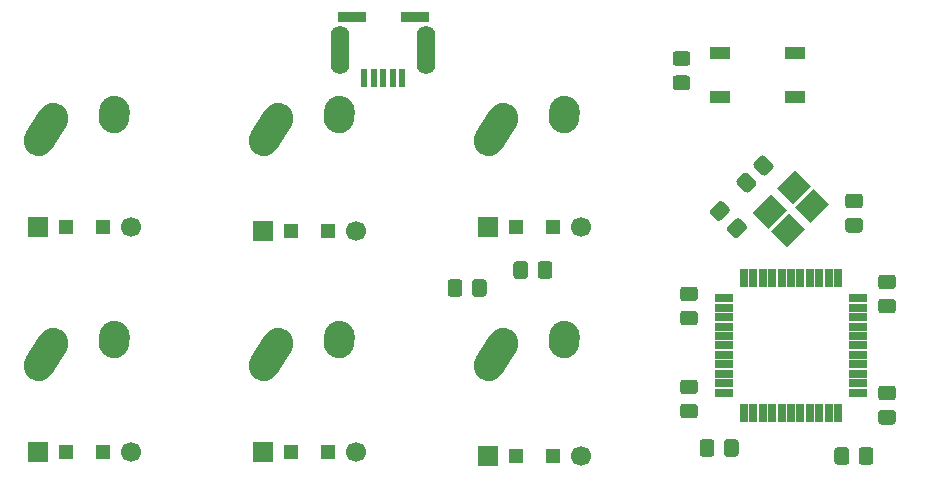
<source format=gbs>
%TF.GenerationSoftware,KiCad,Pcbnew,(5.1.6)-1*%
%TF.CreationDate,2020-07-25T03:11:20-04:00*%
%TF.ProjectId,myfirstKeyboard,6d796669-7273-4744-9b65-79626f617264,rev?*%
%TF.SameCoordinates,Original*%
%TF.FileFunction,Soldermask,Bot*%
%TF.FilePolarity,Negative*%
%FSLAX46Y46*%
G04 Gerber Fmt 4.6, Leading zero omitted, Abs format (unit mm)*
G04 Created by KiCad (PCBNEW (5.1.6)-1) date 2020-07-25 03:11:20*
%MOMM*%
%LPD*%
G01*
G04 APERTURE LIST*
%ADD10R,1.600000X0.650000*%
%ADD11R,0.650000X1.600000*%
%ADD12R,1.300000X1.300000*%
%ADD13R,1.700000X1.700000*%
%ADD14C,1.700000*%
%ADD15R,2.450000X0.900000*%
%ADD16R,0.600000X1.500000*%
%ADD17O,1.600000X4.100000*%
%ADD18R,1.800000X1.100000*%
%ADD19C,0.100000*%
G04 APERTURE END LIST*
D10*
%TO.C,U1*%
X139842000Y-114013750D03*
X139842000Y-113213750D03*
X139842000Y-112413750D03*
X139842000Y-111613750D03*
X139842000Y-110813750D03*
X139842000Y-110013750D03*
X139842000Y-109213750D03*
X139842000Y-108413750D03*
X139842000Y-107613750D03*
X139842000Y-106813750D03*
X139842000Y-106013750D03*
D11*
X141542000Y-104313750D03*
X142342000Y-104313750D03*
X143142000Y-104313750D03*
X143942000Y-104313750D03*
X144742000Y-104313750D03*
X145542000Y-104313750D03*
X146342000Y-104313750D03*
X147142000Y-104313750D03*
X147942000Y-104313750D03*
X148742000Y-104313750D03*
X149542000Y-104313750D03*
D10*
X151242000Y-106013750D03*
X151242000Y-106813750D03*
X151242000Y-107613750D03*
X151242000Y-108413750D03*
X151242000Y-109213750D03*
X151242000Y-110013750D03*
X151242000Y-110813750D03*
X151242000Y-111613750D03*
X151242000Y-112413750D03*
X151242000Y-113213750D03*
X151242000Y-114013750D03*
D11*
X149542000Y-115713750D03*
X148742000Y-115713750D03*
X147942000Y-115713750D03*
X147142000Y-115713750D03*
X146342000Y-115713750D03*
X145542000Y-115713750D03*
X144742000Y-115713750D03*
X143942000Y-115713750D03*
X143142000Y-115713750D03*
X142342000Y-115713750D03*
X141542000Y-115713750D03*
%TD*%
%TO.C,K6*%
G36*
G01*
X118869129Y-111030326D02*
X120078053Y-109132696D01*
G75*
G02*
X121872951Y-108734776I1096409J-698489D01*
G01*
X121872951Y-108734776D01*
G75*
G02*
X122270871Y-110529674I-698489J-1096409D01*
G01*
X121061947Y-112427304D01*
G75*
G02*
X119267049Y-112825224I-1096409J698489D01*
G01*
X119267049Y-112825224D01*
G75*
G02*
X118869129Y-111030326I698489J1096409D01*
G01*
G37*
G36*
G01*
X125028286Y-109710909D02*
X125067734Y-109132252D01*
G75*
G02*
X126453144Y-107923682I1296990J-88420D01*
G01*
X126453144Y-107923682D01*
G75*
G02*
X127661714Y-109309092I-88420J-1296990D01*
G01*
X127622266Y-109887748D01*
G75*
G02*
X126236856Y-111096318I-1296990J88420D01*
G01*
X126236856Y-111096318D01*
G75*
G02*
X125028286Y-109710908I88420J1296990D01*
G01*
G37*
%TD*%
%TO.C,K5*%
G36*
G01*
X125028286Y-90660909D02*
X125067734Y-90082252D01*
G75*
G02*
X126453144Y-88873682I1296990J-88420D01*
G01*
X126453144Y-88873682D01*
G75*
G02*
X127661714Y-90259092I-88420J-1296990D01*
G01*
X127622266Y-90837748D01*
G75*
G02*
X126236856Y-92046318I-1296990J88420D01*
G01*
X126236856Y-92046318D01*
G75*
G02*
X125028286Y-90660908I88420J1296990D01*
G01*
G37*
G36*
G01*
X118869129Y-91980326D02*
X120078053Y-90082696D01*
G75*
G02*
X121872951Y-89684776I1096409J-698489D01*
G01*
X121872951Y-89684776D01*
G75*
G02*
X122270871Y-91479674I-698489J-1096409D01*
G01*
X121061947Y-93377304D01*
G75*
G02*
X119267049Y-93775224I-1096409J698489D01*
G01*
X119267049Y-93775224D01*
G75*
G02*
X118869129Y-91980326I698489J1096409D01*
G01*
G37*
%TD*%
%TO.C,K4*%
G36*
G01*
X99819129Y-111030326D02*
X101028053Y-109132696D01*
G75*
G02*
X102822951Y-108734776I1096409J-698489D01*
G01*
X102822951Y-108734776D01*
G75*
G02*
X103220871Y-110529674I-698489J-1096409D01*
G01*
X102011947Y-112427304D01*
G75*
G02*
X100217049Y-112825224I-1096409J698489D01*
G01*
X100217049Y-112825224D01*
G75*
G02*
X99819129Y-111030326I698489J1096409D01*
G01*
G37*
G36*
G01*
X105978286Y-109710909D02*
X106017734Y-109132252D01*
G75*
G02*
X107403144Y-107923682I1296990J-88420D01*
G01*
X107403144Y-107923682D01*
G75*
G02*
X108611714Y-109309092I-88420J-1296990D01*
G01*
X108572266Y-109887748D01*
G75*
G02*
X107186856Y-111096318I-1296990J88420D01*
G01*
X107186856Y-111096318D01*
G75*
G02*
X105978286Y-109710908I88420J1296990D01*
G01*
G37*
%TD*%
%TO.C,K1*%
G36*
G01*
X86928286Y-90660909D02*
X86967734Y-90082252D01*
G75*
G02*
X88353144Y-88873682I1296990J-88420D01*
G01*
X88353144Y-88873682D01*
G75*
G02*
X89561714Y-90259092I-88420J-1296990D01*
G01*
X89522266Y-90837748D01*
G75*
G02*
X88136856Y-92046318I-1296990J88420D01*
G01*
X88136856Y-92046318D01*
G75*
G02*
X86928286Y-90660908I88420J1296990D01*
G01*
G37*
G36*
G01*
X80769129Y-91980326D02*
X81978053Y-90082696D01*
G75*
G02*
X83772951Y-89684776I1096409J-698489D01*
G01*
X83772951Y-89684776D01*
G75*
G02*
X84170871Y-91479674I-698489J-1096409D01*
G01*
X82961947Y-93377304D01*
G75*
G02*
X81167049Y-93775224I-1096409J698489D01*
G01*
X81167049Y-93775224D01*
G75*
G02*
X80769129Y-91980326I698489J1096409D01*
G01*
G37*
%TD*%
%TO.C,K2*%
G36*
G01*
X86928286Y-109710909D02*
X86967734Y-109132252D01*
G75*
G02*
X88353144Y-107923682I1296990J-88420D01*
G01*
X88353144Y-107923682D01*
G75*
G02*
X89561714Y-109309092I-88420J-1296990D01*
G01*
X89522266Y-109887748D01*
G75*
G02*
X88136856Y-111096318I-1296990J88420D01*
G01*
X88136856Y-111096318D01*
G75*
G02*
X86928286Y-109710908I88420J1296990D01*
G01*
G37*
G36*
G01*
X80769129Y-111030326D02*
X81978053Y-109132696D01*
G75*
G02*
X83772951Y-108734776I1096409J-698489D01*
G01*
X83772951Y-108734776D01*
G75*
G02*
X84170871Y-110529674I-698489J-1096409D01*
G01*
X82961947Y-112427304D01*
G75*
G02*
X81167049Y-112825224I-1096409J698489D01*
G01*
X81167049Y-112825224D01*
G75*
G02*
X80769129Y-111030326I698489J1096409D01*
G01*
G37*
%TD*%
%TO.C,C1*%
G36*
G01*
X143115025Y-95559340D02*
X142438660Y-94882976D01*
G75*
G02*
X142438660Y-94498680I192148J192148D01*
G01*
X142938248Y-93999092D01*
G75*
G02*
X143322544Y-93999092I192148J-192148D01*
G01*
X143998908Y-94675456D01*
G75*
G02*
X143998908Y-95059752I-192148J-192148D01*
G01*
X143499320Y-95559340D01*
G75*
G02*
X143115024Y-95559340I-192148J192148D01*
G01*
G37*
G36*
G01*
X141665457Y-97008908D02*
X140989092Y-96332544D01*
G75*
G02*
X140989092Y-95948248I192148J192148D01*
G01*
X141488680Y-95448660D01*
G75*
G02*
X141872976Y-95448660I192148J-192148D01*
G01*
X142549340Y-96125024D01*
G75*
G02*
X142549340Y-96509320I-192148J-192148D01*
G01*
X142049752Y-97008908D01*
G75*
G02*
X141665456Y-97008908I-192148J192148D01*
G01*
G37*
%TD*%
%TO.C,C2*%
G36*
G01*
X151354262Y-100456000D02*
X150397738Y-100456000D01*
G75*
G02*
X150126000Y-100184262I0J271738D01*
G01*
X150126000Y-99477738D01*
G75*
G02*
X150397738Y-99206000I271738J0D01*
G01*
X151354262Y-99206000D01*
G75*
G02*
X151626000Y-99477738I0J-271738D01*
G01*
X151626000Y-100184262D01*
G75*
G02*
X151354262Y-100456000I-271738J0D01*
G01*
G37*
G36*
G01*
X151354262Y-98406000D02*
X150397738Y-98406000D01*
G75*
G02*
X150126000Y-98134262I0J271738D01*
G01*
X150126000Y-97427738D01*
G75*
G02*
X150397738Y-97156000I271738J0D01*
G01*
X151354262Y-97156000D01*
G75*
G02*
X151626000Y-97427738I0J-271738D01*
G01*
X151626000Y-98134262D01*
G75*
G02*
X151354262Y-98406000I-271738J0D01*
G01*
G37*
%TD*%
%TO.C,C3*%
G36*
G01*
X137384262Y-106271000D02*
X136427738Y-106271000D01*
G75*
G02*
X136156000Y-105999262I0J271738D01*
G01*
X136156000Y-105292738D01*
G75*
G02*
X136427738Y-105021000I271738J0D01*
G01*
X137384262Y-105021000D01*
G75*
G02*
X137656000Y-105292738I0J-271738D01*
G01*
X137656000Y-105999262D01*
G75*
G02*
X137384262Y-106271000I-271738J0D01*
G01*
G37*
G36*
G01*
X137384262Y-108321000D02*
X136427738Y-108321000D01*
G75*
G02*
X136156000Y-108049262I0J271738D01*
G01*
X136156000Y-107342738D01*
G75*
G02*
X136427738Y-107071000I271738J0D01*
G01*
X137384262Y-107071000D01*
G75*
G02*
X137656000Y-107342738I0J-271738D01*
G01*
X137656000Y-108049262D01*
G75*
G02*
X137384262Y-108321000I-271738J0D01*
G01*
G37*
%TD*%
%TO.C,C4*%
G36*
G01*
X141750124Y-100179759D02*
X141073760Y-100856124D01*
G75*
G02*
X140689464Y-100856124I-192148J192148D01*
G01*
X140189876Y-100356536D01*
G75*
G02*
X140189876Y-99972240I192148J192148D01*
G01*
X140866240Y-99295876D01*
G75*
G02*
X141250536Y-99295876I192148J-192148D01*
G01*
X141750124Y-99795464D01*
G75*
G02*
X141750124Y-100179760I-192148J-192148D01*
G01*
G37*
G36*
G01*
X140300556Y-98730191D02*
X139624192Y-99406556D01*
G75*
G02*
X139239896Y-99406556I-192148J192148D01*
G01*
X138740308Y-98906968D01*
G75*
G02*
X138740308Y-98522672I192148J192148D01*
G01*
X139416672Y-97846308D01*
G75*
G02*
X139800968Y-97846308I192148J-192148D01*
G01*
X140300556Y-98345896D01*
G75*
G02*
X140300556Y-98730192I-192148J-192148D01*
G01*
G37*
%TD*%
%TO.C,C5*%
G36*
G01*
X154148262Y-105255000D02*
X153191738Y-105255000D01*
G75*
G02*
X152920000Y-104983262I0J271738D01*
G01*
X152920000Y-104276738D01*
G75*
G02*
X153191738Y-104005000I271738J0D01*
G01*
X154148262Y-104005000D01*
G75*
G02*
X154420000Y-104276738I0J-271738D01*
G01*
X154420000Y-104983262D01*
G75*
G02*
X154148262Y-105255000I-271738J0D01*
G01*
G37*
G36*
G01*
X154148262Y-107305000D02*
X153191738Y-107305000D01*
G75*
G02*
X152920000Y-107033262I0J271738D01*
G01*
X152920000Y-106326738D01*
G75*
G02*
X153191738Y-106055000I271738J0D01*
G01*
X154148262Y-106055000D01*
G75*
G02*
X154420000Y-106326738I0J-271738D01*
G01*
X154420000Y-107033262D01*
G75*
G02*
X154148262Y-107305000I-271738J0D01*
G01*
G37*
%TD*%
%TO.C,C6*%
G36*
G01*
X137807320Y-119167382D02*
X137807320Y-118210858D01*
G75*
G02*
X138079058Y-117939120I271738J0D01*
G01*
X138785582Y-117939120D01*
G75*
G02*
X139057320Y-118210858I0J-271738D01*
G01*
X139057320Y-119167382D01*
G75*
G02*
X138785582Y-119439120I-271738J0D01*
G01*
X138079058Y-119439120D01*
G75*
G02*
X137807320Y-119167382I0J271738D01*
G01*
G37*
G36*
G01*
X139857320Y-119167382D02*
X139857320Y-118210858D01*
G75*
G02*
X140129058Y-117939120I271738J0D01*
G01*
X140835582Y-117939120D01*
G75*
G02*
X141107320Y-118210858I0J-271738D01*
G01*
X141107320Y-119167382D01*
G75*
G02*
X140835582Y-119439120I-271738J0D01*
G01*
X140129058Y-119439120D01*
G75*
G02*
X139857320Y-119167382I0J271738D01*
G01*
G37*
%TD*%
%TO.C,C7*%
G36*
G01*
X151276000Y-119858262D02*
X151276000Y-118901738D01*
G75*
G02*
X151547738Y-118630000I271738J0D01*
G01*
X152254262Y-118630000D01*
G75*
G02*
X152526000Y-118901738I0J-271738D01*
G01*
X152526000Y-119858262D01*
G75*
G02*
X152254262Y-120130000I-271738J0D01*
G01*
X151547738Y-120130000D01*
G75*
G02*
X151276000Y-119858262I0J271738D01*
G01*
G37*
G36*
G01*
X149226000Y-119858262D02*
X149226000Y-118901738D01*
G75*
G02*
X149497738Y-118630000I271738J0D01*
G01*
X150204262Y-118630000D01*
G75*
G02*
X150476000Y-118901738I0J-271738D01*
G01*
X150476000Y-119858262D01*
G75*
G02*
X150204262Y-120130000I-271738J0D01*
G01*
X149497738Y-120130000D01*
G75*
G02*
X149226000Y-119858262I0J271738D01*
G01*
G37*
%TD*%
%TO.C,C8*%
G36*
G01*
X136427738Y-112895000D02*
X137384262Y-112895000D01*
G75*
G02*
X137656000Y-113166738I0J-271738D01*
G01*
X137656000Y-113873262D01*
G75*
G02*
X137384262Y-114145000I-271738J0D01*
G01*
X136427738Y-114145000D01*
G75*
G02*
X136156000Y-113873262I0J271738D01*
G01*
X136156000Y-113166738D01*
G75*
G02*
X136427738Y-112895000I271738J0D01*
G01*
G37*
G36*
G01*
X136427738Y-114945000D02*
X137384262Y-114945000D01*
G75*
G02*
X137656000Y-115216738I0J-271738D01*
G01*
X137656000Y-115923262D01*
G75*
G02*
X137384262Y-116195000I-271738J0D01*
G01*
X136427738Y-116195000D01*
G75*
G02*
X136156000Y-115923262I0J271738D01*
G01*
X136156000Y-115216738D01*
G75*
G02*
X136427738Y-114945000I271738J0D01*
G01*
G37*
%TD*%
D12*
%TO.C,D1*%
X87300000Y-100012500D03*
X84150000Y-100012500D03*
D13*
X81825000Y-100012500D03*
D14*
X89625000Y-100012500D03*
%TD*%
%TO.C,D2*%
X89625000Y-119062500D03*
D13*
X81825000Y-119062500D03*
D12*
X84150000Y-119062500D03*
X87300000Y-119062500D03*
%TD*%
D14*
%TO.C,D3*%
X108675000Y-100330000D03*
D13*
X100875000Y-100330000D03*
D12*
X103200000Y-100330000D03*
X106350000Y-100330000D03*
%TD*%
%TO.C,D4*%
X106350000Y-119062500D03*
X103200000Y-119062500D03*
D13*
X100875000Y-119062500D03*
D14*
X108675000Y-119062500D03*
%TD*%
D15*
%TO.C,J1*%
X113700000Y-82176000D03*
X108350000Y-82176000D03*
D16*
X109425000Y-87376000D03*
X110225000Y-87376000D03*
X111025000Y-87376000D03*
X111825000Y-87376000D03*
X112625000Y-87376000D03*
D17*
X107375000Y-84976000D03*
X114675000Y-84976000D03*
%TD*%
%TO.C,K3*%
G36*
G01*
X99819129Y-91980326D02*
X101028053Y-90082696D01*
G75*
G02*
X102822951Y-89684776I1096409J-698489D01*
G01*
X102822951Y-89684776D01*
G75*
G02*
X103220871Y-91479674I-698489J-1096409D01*
G01*
X102011947Y-93377304D01*
G75*
G02*
X100217049Y-93775224I-1096409J698489D01*
G01*
X100217049Y-93775224D01*
G75*
G02*
X99819129Y-91980326I698489J1096409D01*
G01*
G37*
G36*
G01*
X105978286Y-90660909D02*
X106017734Y-90082252D01*
G75*
G02*
X107403144Y-88873682I1296990J-88420D01*
G01*
X107403144Y-88873682D01*
G75*
G02*
X108611714Y-90259092I-88420J-1296990D01*
G01*
X108572266Y-90837748D01*
G75*
G02*
X107186856Y-92046318I-1296990J88420D01*
G01*
X107186856Y-92046318D01*
G75*
G02*
X105978286Y-90660908I88420J1296990D01*
G01*
G37*
%TD*%
%TO.C,R1*%
G36*
G01*
X119769000Y-104677738D02*
X119769000Y-105634262D01*
G75*
G02*
X119497262Y-105906000I-271738J0D01*
G01*
X118790738Y-105906000D01*
G75*
G02*
X118519000Y-105634262I0J271738D01*
G01*
X118519000Y-104677738D01*
G75*
G02*
X118790738Y-104406000I271738J0D01*
G01*
X119497262Y-104406000D01*
G75*
G02*
X119769000Y-104677738I0J-271738D01*
G01*
G37*
G36*
G01*
X117719000Y-104677738D02*
X117719000Y-105634262D01*
G75*
G02*
X117447262Y-105906000I-271738J0D01*
G01*
X116740738Y-105906000D01*
G75*
G02*
X116469000Y-105634262I0J271738D01*
G01*
X116469000Y-104677738D01*
G75*
G02*
X116740738Y-104406000I271738J0D01*
G01*
X117447262Y-104406000D01*
G75*
G02*
X117719000Y-104677738I0J-271738D01*
G01*
G37*
%TD*%
%TO.C,R2*%
G36*
G01*
X136749262Y-88400000D02*
X135792738Y-88400000D01*
G75*
G02*
X135521000Y-88128262I0J271738D01*
G01*
X135521000Y-87421738D01*
G75*
G02*
X135792738Y-87150000I271738J0D01*
G01*
X136749262Y-87150000D01*
G75*
G02*
X137021000Y-87421738I0J-271738D01*
G01*
X137021000Y-88128262D01*
G75*
G02*
X136749262Y-88400000I-271738J0D01*
G01*
G37*
G36*
G01*
X136749262Y-86350000D02*
X135792738Y-86350000D01*
G75*
G02*
X135521000Y-86078262I0J271738D01*
G01*
X135521000Y-85371738D01*
G75*
G02*
X135792738Y-85100000I271738J0D01*
G01*
X136749262Y-85100000D01*
G75*
G02*
X137021000Y-85371738I0J-271738D01*
G01*
X137021000Y-86078262D01*
G75*
G02*
X136749262Y-86350000I-271738J0D01*
G01*
G37*
%TD*%
%TO.C,R3*%
G36*
G01*
X123289000Y-103153738D02*
X123289000Y-104110262D01*
G75*
G02*
X123017262Y-104382000I-271738J0D01*
G01*
X122310738Y-104382000D01*
G75*
G02*
X122039000Y-104110262I0J271738D01*
G01*
X122039000Y-103153738D01*
G75*
G02*
X122310738Y-102882000I271738J0D01*
G01*
X123017262Y-102882000D01*
G75*
G02*
X123289000Y-103153738I0J-271738D01*
G01*
G37*
G36*
G01*
X125339000Y-103153738D02*
X125339000Y-104110262D01*
G75*
G02*
X125067262Y-104382000I-271738J0D01*
G01*
X124360738Y-104382000D01*
G75*
G02*
X124089000Y-104110262I0J271738D01*
G01*
X124089000Y-103153738D01*
G75*
G02*
X124360738Y-102882000I271738J0D01*
G01*
X125067262Y-102882000D01*
G75*
G02*
X125339000Y-103153738I0J-271738D01*
G01*
G37*
%TD*%
%TO.C,R4*%
G36*
G01*
X154148262Y-114662000D02*
X153191738Y-114662000D01*
G75*
G02*
X152920000Y-114390262I0J271738D01*
G01*
X152920000Y-113683738D01*
G75*
G02*
X153191738Y-113412000I271738J0D01*
G01*
X154148262Y-113412000D01*
G75*
G02*
X154420000Y-113683738I0J-271738D01*
G01*
X154420000Y-114390262D01*
G75*
G02*
X154148262Y-114662000I-271738J0D01*
G01*
G37*
G36*
G01*
X154148262Y-116712000D02*
X153191738Y-116712000D01*
G75*
G02*
X152920000Y-116440262I0J271738D01*
G01*
X152920000Y-115733738D01*
G75*
G02*
X153191738Y-115462000I271738J0D01*
G01*
X154148262Y-115462000D01*
G75*
G02*
X154420000Y-115733738I0J-271738D01*
G01*
X154420000Y-116440262D01*
G75*
G02*
X154148262Y-116712000I-271738J0D01*
G01*
G37*
%TD*%
D18*
%TO.C,RESET*%
X145873000Y-85217000D03*
X139573000Y-85217000D03*
X145873000Y-89017000D03*
X139573000Y-89017000D03*
%TD*%
D14*
%TO.C,D5*%
X127725000Y-100012500D03*
D13*
X119925000Y-100012500D03*
D12*
X122250000Y-100012500D03*
X125400000Y-100012500D03*
%TD*%
%TO.C,D6*%
X125400000Y-119380000D03*
X122250000Y-119380000D03*
D13*
X119925000Y-119380000D03*
D14*
X127725000Y-119380000D03*
%TD*%
D19*
%TO.C,Y1*%
G36*
X143632812Y-100122056D02*
G01*
X142289309Y-98778553D01*
X143844944Y-97222918D01*
X145188447Y-98566421D01*
X143632812Y-100122056D01*
G37*
G36*
X145683421Y-98071447D02*
G01*
X144339918Y-96727944D01*
X145895553Y-95172309D01*
X147239056Y-96515812D01*
X145683421Y-98071447D01*
G37*
G36*
X147239056Y-99627082D02*
G01*
X145895553Y-98283579D01*
X147451188Y-96727944D01*
X148794691Y-98071447D01*
X147239056Y-99627082D01*
G37*
G36*
X145188447Y-101677691D02*
G01*
X143844944Y-100334188D01*
X145400579Y-98778553D01*
X146744082Y-100122056D01*
X145188447Y-101677691D01*
G37*
%TD*%
M02*

</source>
